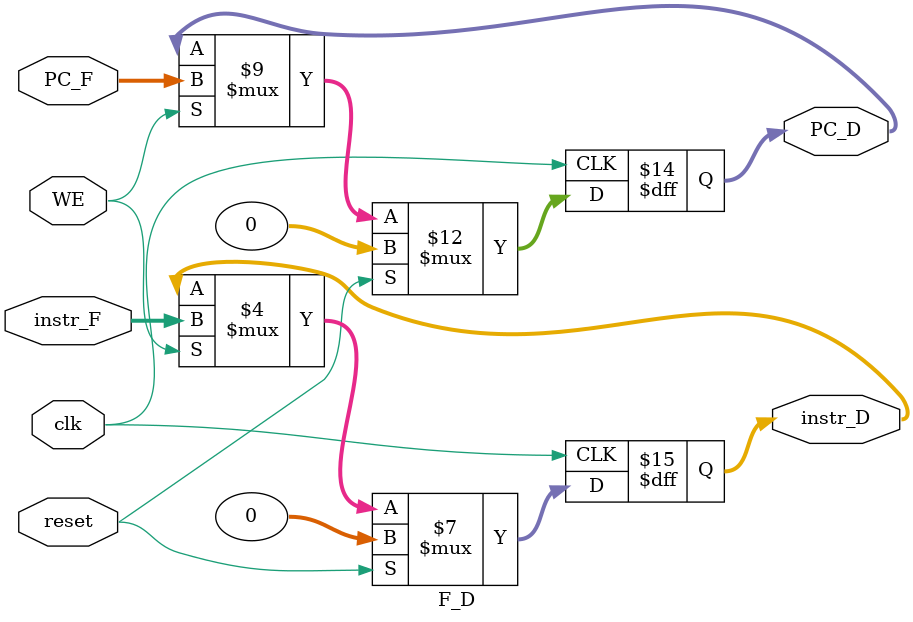
<source format=v>
`timescale 1ns / 1ps
module F_D(
    input clk,
    input reset,
    input WE,
    input [31:0] PC_F,
    input [31:0] instr_F,
    output reg [31:0] PC_D,
    output reg [31:0] instr_D
    );
	 initial begin
	    PC_D = 0;
	    instr_D = 0;
	 end
	 always @(posedge clk) begin
	    if(reset) begin
		      instr_D <= 0;
            PC_D <= 0;
		 end
		 else if(WE == 1) begin
		      instr_D <= instr_F;
			   PC_D <= PC_F;
		 end
	 end
endmodule

</source>
